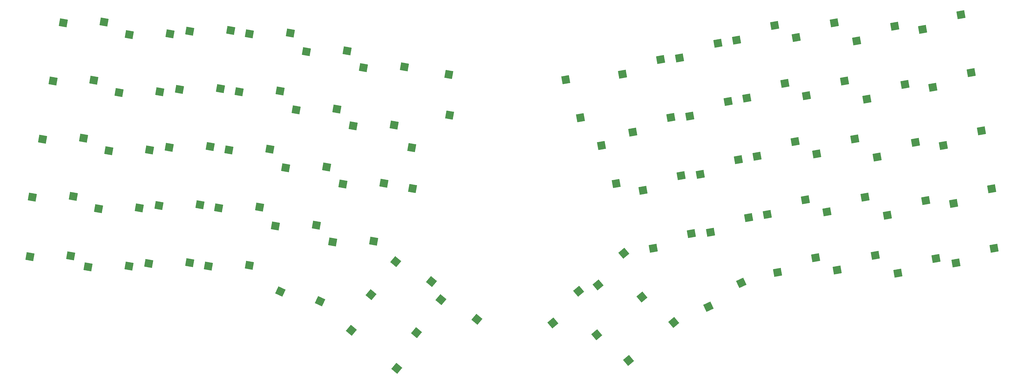
<source format=gbp>
G04 #@! TF.GenerationSoftware,KiCad,Pcbnew,8.0.3*
G04 #@! TF.CreationDate,2024-07-15T09:39:08-04:00*
G04 #@! TF.ProjectId,reJESK,72654a45-534b-42e6-9b69-6361645f7063,1.0*
G04 #@! TF.SameCoordinates,Original*
G04 #@! TF.FileFunction,Paste,Bot*
G04 #@! TF.FilePolarity,Positive*
%FSLAX46Y46*%
G04 Gerber Fmt 4.6, Leading zero omitted, Abs format (unit mm)*
G04 Created by KiCad (PCBNEW 8.0.3) date 2024-07-15 09:39:08*
%MOMM*%
%LPD*%
G01*
G04 APERTURE LIST*
G04 Aperture macros list*
%AMRotRect*
0 Rectangle, with rotation*
0 The origin of the aperture is its center*
0 $1 length*
0 $2 width*
0 $3 Rotation angle, in degrees counterclockwise*
0 Add horizontal line*
21,1,$1,$2,0,0,$3*%
G04 Aperture macros list end*
%ADD10RotRect,2.550000X2.500000X350.000000*%
%ADD11RotRect,2.550000X2.500000X10.000000*%
%ADD12RotRect,2.550000X2.500000X335.000000*%
%ADD13RotRect,2.550000X2.500000X260.000000*%
%ADD14RotRect,2.550000X2.500000X320.000000*%
%ADD15RotRect,2.550000X2.500000X230.000000*%
%ADD16RotRect,2.550000X2.500000X280.000000*%
%ADD17RotRect,2.550000X2.500000X25.000000*%
%ADD18RotRect,2.550000X2.500000X130.000000*%
%ADD19RotRect,2.550000X2.500000X40.000000*%
%ADD20RotRect,2.550000X2.500000X100.000000*%
%ADD21RotRect,2.550000X2.500000X80.000000*%
G04 APERTURE END LIST*
D10*
X75736412Y-66422820D03*
X62564736Y-66679482D03*
X72428413Y-85183408D03*
X59256737Y-85440070D03*
X69120416Y-103943994D03*
X55948740Y-104200656D03*
X65812418Y-122704580D03*
X52640742Y-122961242D03*
D11*
X351779106Y-63994613D03*
X339489563Y-68740774D03*
X355087103Y-82755202D03*
X342797560Y-87501363D03*
X361703100Y-120276373D03*
X349413557Y-125022534D03*
X358395102Y-101515789D03*
X346105559Y-106261950D03*
D12*
X145332651Y-156553621D03*
X132543360Y-153392457D03*
D10*
X96998410Y-70171885D03*
X83826734Y-70428547D03*
X116530864Y-69102412D03*
X103359188Y-69359074D03*
X135732518Y-69908997D03*
X122560842Y-70165659D03*
X154052039Y-75718408D03*
X140880363Y-75975070D03*
X172481827Y-80902463D03*
X159310151Y-81159125D03*
X93690412Y-88932472D03*
X80518736Y-89189134D03*
X113222865Y-87863000D03*
X100051189Y-88119662D03*
X132424520Y-88669586D03*
X119252844Y-88926248D03*
X150744041Y-94478994D03*
X137572365Y-94735656D03*
X169173830Y-99663052D03*
X156002154Y-99919714D03*
D13*
X175129537Y-120150496D03*
X174872875Y-106978820D03*
D10*
X90382415Y-107693058D03*
X77210739Y-107949720D03*
X109914869Y-106623586D03*
X96743193Y-106880248D03*
X129116523Y-107430171D03*
X115944847Y-107686833D03*
X147436044Y-113239579D03*
X134264368Y-113496241D03*
X165865831Y-118423637D03*
X152694155Y-118680299D03*
D14*
X181224575Y-150173062D03*
X169689237Y-143809499D03*
D10*
X87074418Y-126453643D03*
X73902742Y-126710305D03*
X106606872Y-125384170D03*
X93435196Y-125640832D03*
X125808525Y-126190758D03*
X112636849Y-126447420D03*
X144128046Y-132000167D03*
X130956370Y-132256829D03*
X162557834Y-137184222D03*
X149386158Y-137440884D03*
D14*
X195829752Y-162420286D03*
X184294414Y-156056723D03*
D10*
X65005832Y-141906233D03*
X51834156Y-142162895D03*
X83766420Y-145214231D03*
X70594744Y-145470893D03*
X103298874Y-144144757D03*
X90127198Y-144401419D03*
X122500527Y-144951343D03*
X109328851Y-145208005D03*
D15*
X155412906Y-166001963D03*
X161776469Y-154466625D03*
X170018084Y-178249188D03*
X176381647Y-166713850D03*
D11*
X283387472Y-129571962D03*
X271097929Y-134318123D03*
X314292651Y-85434793D03*
X302003108Y-90180954D03*
X340441100Y-124025438D03*
X328151557Y-128771599D03*
X273463478Y-73290200D03*
X261173935Y-78036361D03*
X310984652Y-66674207D03*
X298695109Y-71420368D03*
D16*
X229234035Y-97302361D03*
X224487874Y-85012818D03*
D11*
X298398995Y-105001966D03*
X286109452Y-109748127D03*
D17*
X281070980Y-150598959D03*
X270428589Y-158364167D03*
D11*
X291782998Y-67480791D03*
X279493455Y-72226952D03*
D18*
X234443903Y-167430181D03*
X244698972Y-175700157D03*
D11*
X264957684Y-134756016D03*
X252668141Y-139502177D03*
X258341688Y-97234845D03*
X246052145Y-101981006D03*
X320908646Y-122955967D03*
X308619103Y-127702128D03*
X301706993Y-123762552D03*
X289417450Y-128508713D03*
X337133102Y-105264852D03*
X324843559Y-110011013D03*
X333825104Y-86504267D03*
X321535561Y-91250428D03*
D19*
X243192344Y-141099885D03*
X234922368Y-151354954D03*
D11*
X280079474Y-110811374D03*
X267789931Y-115557535D03*
X276771476Y-92050789D03*
X264481933Y-96796950D03*
X330517107Y-67743678D03*
X318227564Y-72489839D03*
D18*
X249049079Y-155182957D03*
X259304148Y-163452933D03*
D11*
X261649687Y-115995430D03*
X249360144Y-120741591D03*
X343749098Y-142786023D03*
X331459555Y-147532184D03*
X305014989Y-142523137D03*
X292725446Y-147269298D03*
D20*
X235977420Y-106232892D03*
X240723581Y-118522435D03*
D11*
X295090996Y-86241379D03*
X282801453Y-90987540D03*
D19*
X228587166Y-153347111D03*
X220317190Y-163602180D03*
D11*
X324216643Y-141716552D03*
X311927100Y-146462713D03*
X255033691Y-78474259D03*
X242744148Y-83220420D03*
X317600648Y-104195379D03*
X305311105Y-108941540D03*
X362509685Y-139478025D03*
X350220142Y-144224186D03*
D21*
X186792082Y-83322006D03*
X187048744Y-96493682D03*
M02*

</source>
